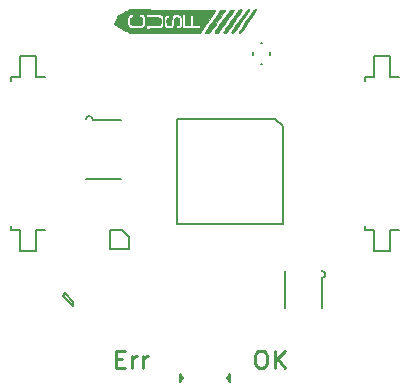
<source format=gto>
G04 #@! TF.FileFunction,Legend,Top*
%FSLAX46Y46*%
G04 Gerber Fmt 4.6, Leading zero omitted, Abs format (unit mm)*
G04 Created by KiCad (PCBNEW 4.0.0-rc1-stable) date 23/05/2016 12:24:27*
%MOMM*%
G01*
G04 APERTURE LIST*
%ADD10C,0.100000*%
%ADD11C,0.250000*%
%ADD12C,0.150000*%
%ADD13C,1.588000*%
%ADD14C,2.100000*%
%ADD15R,0.300000X1.500000*%
%ADD16R,1.500000X0.300000*%
%ADD17R,2.220000X0.740000*%
%ADD18C,1.200000*%
%ADD19R,0.620000X0.620000*%
%ADD20R,0.200000X0.400000*%
%ADD21R,0.400000X0.200000*%
%ADD22R,0.350000X0.650000*%
%ADD23R,0.802000X0.802000*%
%ADD24R,0.950000X1.000000*%
%ADD25R,1.100000X0.600000*%
%ADD26R,0.850000X0.950000*%
%ADD27C,1.000000*%
%ADD28C,6.300000*%
%ADD29C,0.600000*%
G04 APERTURE END LIST*
D10*
D11*
X92500001Y-117392857D02*
X93000001Y-117392857D01*
X93214287Y-118178571D02*
X92500001Y-118178571D01*
X92500001Y-116678571D01*
X93214287Y-116678571D01*
X93857144Y-118178571D02*
X93857144Y-117178571D01*
X93857144Y-117464286D02*
X93928572Y-117321429D01*
X94000001Y-117250000D01*
X94142858Y-117178571D01*
X94285715Y-117178571D01*
X94785715Y-118178571D02*
X94785715Y-117178571D01*
X94785715Y-117464286D02*
X94857143Y-117321429D01*
X94928572Y-117250000D01*
X95071429Y-117178571D01*
X95214286Y-117178571D01*
X104607143Y-116678571D02*
X104892857Y-116678571D01*
X105035715Y-116750000D01*
X105178572Y-116892857D01*
X105250000Y-117178571D01*
X105250000Y-117678571D01*
X105178572Y-117964286D01*
X105035715Y-118107143D01*
X104892857Y-118178571D01*
X104607143Y-118178571D01*
X104464286Y-118107143D01*
X104321429Y-117964286D01*
X104250000Y-117678571D01*
X104250000Y-117178571D01*
X104321429Y-116892857D01*
X104464286Y-116750000D01*
X104607143Y-116678571D01*
X105892858Y-118178571D02*
X105892858Y-116678571D01*
X106750001Y-118178571D02*
X106107144Y-117321429D01*
X106750001Y-116678571D02*
X105892858Y-117535714D01*
D12*
X106569953Y-97658473D02*
X106569953Y-105958473D01*
X106569953Y-105958473D02*
X97669953Y-105958473D01*
X97669953Y-105958473D02*
X97669953Y-97058473D01*
X97669953Y-97058473D02*
X105969953Y-97058473D01*
X105969953Y-97058473D02*
X106569953Y-97658473D01*
X86450000Y-106465000D02*
X85685000Y-106465000D01*
X85685000Y-106465000D02*
X85685000Y-108245000D01*
X85685000Y-108245000D02*
X84315000Y-108245000D01*
X84315000Y-108245000D02*
X84315000Y-106465000D01*
X84315000Y-106465000D02*
X83550000Y-106465000D01*
X83550000Y-106465000D02*
X83550000Y-106165000D01*
X83550000Y-93835000D02*
X83550000Y-93535000D01*
X83550000Y-93535000D02*
X84315000Y-93535000D01*
X84315000Y-93535000D02*
X84315000Y-91755000D01*
X84315000Y-91755000D02*
X85685000Y-91755000D01*
X85685000Y-91755000D02*
X85685000Y-93535000D01*
X85685000Y-93535000D02*
X86450000Y-93535000D01*
X93550000Y-107050000D02*
X93550000Y-108050000D01*
X93550000Y-108050000D02*
X91950000Y-108050000D01*
X91950000Y-108050000D02*
X91950000Y-106450000D01*
X91950000Y-106450000D02*
X92950000Y-106450000D01*
X92950000Y-106450000D02*
X93550000Y-107050000D01*
X116450000Y-106465000D02*
X115685000Y-106465000D01*
X115685000Y-106465000D02*
X115685000Y-108245000D01*
X115685000Y-108245000D02*
X114315000Y-108245000D01*
X114315000Y-108245000D02*
X114315000Y-106465000D01*
X114315000Y-106465000D02*
X113550000Y-106465000D01*
X113550000Y-106465000D02*
X113550000Y-106165000D01*
X113550000Y-93835000D02*
X113550000Y-93535000D01*
X113550000Y-93535000D02*
X114315000Y-93535000D01*
X114315000Y-93535000D02*
X114315000Y-91755000D01*
X114315000Y-91755000D02*
X115685000Y-91755000D01*
X115685000Y-91755000D02*
X115685000Y-93535000D01*
X115685000Y-93535000D02*
X116450000Y-93535000D01*
X109900000Y-110550000D02*
X109900000Y-113050000D01*
X106800000Y-109950000D02*
X106800000Y-113050000D01*
X109900000Y-110550000D02*
G75*
G03X109900000Y-109950000I0J300000D01*
G01*
X98125000Y-119000000D02*
X97875000Y-119325000D01*
X98125000Y-119000000D02*
X97875000Y-118675000D01*
X97875000Y-119325000D02*
X97875000Y-118675000D01*
X101875000Y-119000000D02*
X102125000Y-118675000D01*
X101875000Y-119000000D02*
X102125000Y-119325000D01*
X102125000Y-118675000D02*
X102125000Y-119325000D01*
X90500000Y-97125000D02*
X92900000Y-97125000D01*
X89900000Y-102125000D02*
X92900000Y-102125000D01*
X90500000Y-97125000D02*
G75*
G03X89900000Y-97125000I-300000J0D01*
G01*
X104844953Y-90633473D02*
X104744953Y-90633473D01*
X105494953Y-91683473D02*
X105494953Y-91383473D01*
X104844953Y-92433473D02*
X104744953Y-92433473D01*
X104094953Y-91683473D02*
X104094953Y-91383473D01*
D10*
G36*
X104238875Y-87804264D02*
X104287746Y-87806634D01*
X104318489Y-87827477D01*
X104323000Y-87845158D01*
X104311207Y-87869879D01*
X104277355Y-87925792D01*
X104223733Y-88009457D01*
X104152633Y-88117437D01*
X104066343Y-88246293D01*
X103967155Y-88392586D01*
X103857357Y-88552879D01*
X103739240Y-88723733D01*
X103706240Y-88771200D01*
X103584672Y-88945473D01*
X103468944Y-89110662D01*
X103361580Y-89263210D01*
X103265108Y-89399560D01*
X103182054Y-89516156D01*
X103114943Y-89609441D01*
X103066302Y-89675858D01*
X103038657Y-89711851D01*
X103035530Y-89715458D01*
X102973875Y-89761704D01*
X102908989Y-89773666D01*
X102860576Y-89770200D01*
X102843531Y-89754380D01*
X102845565Y-89725712D01*
X102858810Y-89701117D01*
X102893668Y-89645893D01*
X102947387Y-89564029D01*
X103017211Y-89459512D01*
X103100388Y-89336331D01*
X103194163Y-89198474D01*
X103295783Y-89049930D01*
X103402495Y-88894686D01*
X103511543Y-88736730D01*
X103620175Y-88580052D01*
X103725637Y-88428639D01*
X103825175Y-88286479D01*
X103916035Y-88157560D01*
X103995464Y-88045872D01*
X104060707Y-87955402D01*
X104109012Y-87890138D01*
X104137623Y-87854068D01*
X104138770Y-87852791D01*
X104184882Y-87819830D01*
X104238875Y-87804264D01*
X104238875Y-87804264D01*
X104238875Y-87804264D01*
G37*
X104238875Y-87804264D02*
X104287746Y-87806634D01*
X104318489Y-87827477D01*
X104323000Y-87845158D01*
X104311207Y-87869879D01*
X104277355Y-87925792D01*
X104223733Y-88009457D01*
X104152633Y-88117437D01*
X104066343Y-88246293D01*
X103967155Y-88392586D01*
X103857357Y-88552879D01*
X103739240Y-88723733D01*
X103706240Y-88771200D01*
X103584672Y-88945473D01*
X103468944Y-89110662D01*
X103361580Y-89263210D01*
X103265108Y-89399560D01*
X103182054Y-89516156D01*
X103114943Y-89609441D01*
X103066302Y-89675858D01*
X103038657Y-89711851D01*
X103035530Y-89715458D01*
X102973875Y-89761704D01*
X102908989Y-89773666D01*
X102860576Y-89770200D01*
X102843531Y-89754380D01*
X102845565Y-89725712D01*
X102858810Y-89701117D01*
X102893668Y-89645893D01*
X102947387Y-89564029D01*
X103017211Y-89459512D01*
X103100388Y-89336331D01*
X103194163Y-89198474D01*
X103295783Y-89049930D01*
X103402495Y-88894686D01*
X103511543Y-88736730D01*
X103620175Y-88580052D01*
X103725637Y-88428639D01*
X103825175Y-88286479D01*
X103916035Y-88157560D01*
X103995464Y-88045872D01*
X104060707Y-87955402D01*
X104109012Y-87890138D01*
X104137623Y-87854068D01*
X104138770Y-87852791D01*
X104184882Y-87819830D01*
X104238875Y-87804264D01*
X104238875Y-87804264D01*
G36*
X103694801Y-87803252D02*
X103736726Y-87816566D01*
X103751500Y-87842747D01*
X103739695Y-87866928D01*
X103705795Y-87922329D01*
X103652075Y-88005553D01*
X103580809Y-88113203D01*
X103494270Y-88241882D01*
X103394732Y-88388194D01*
X103284469Y-88548741D01*
X103165756Y-88720127D01*
X103124494Y-88779372D01*
X103002236Y-88954397D01*
X102886186Y-89119999D01*
X102778802Y-89272711D01*
X102682539Y-89409064D01*
X102599853Y-89525590D01*
X102533202Y-89618820D01*
X102485041Y-89685286D01*
X102457826Y-89721520D01*
X102454055Y-89726041D01*
X102410728Y-89755331D01*
X102353450Y-89772459D01*
X102295206Y-89776654D01*
X102248978Y-89767148D01*
X102227751Y-89743166D01*
X102227500Y-89739492D01*
X102239257Y-89716685D01*
X102272714Y-89663234D01*
X102325147Y-89583073D01*
X102393835Y-89480136D01*
X102476054Y-89358359D01*
X102569082Y-89221674D01*
X102670196Y-89074018D01*
X102776674Y-88919323D01*
X102885792Y-88761524D01*
X102994828Y-88604556D01*
X103101060Y-88452353D01*
X103201765Y-88308849D01*
X103294219Y-88177979D01*
X103375701Y-88063676D01*
X103443488Y-87969876D01*
X103494856Y-87900512D01*
X103527085Y-87859520D01*
X103533151Y-87852791D01*
X103580230Y-87821953D01*
X103638374Y-87805244D01*
X103694801Y-87803252D01*
X103694801Y-87803252D01*
X103694801Y-87803252D01*
G37*
X103694801Y-87803252D02*
X103736726Y-87816566D01*
X103751500Y-87842747D01*
X103739695Y-87866928D01*
X103705795Y-87922329D01*
X103652075Y-88005553D01*
X103580809Y-88113203D01*
X103494270Y-88241882D01*
X103394732Y-88388194D01*
X103284469Y-88548741D01*
X103165756Y-88720127D01*
X103124494Y-88779372D01*
X103002236Y-88954397D01*
X102886186Y-89119999D01*
X102778802Y-89272711D01*
X102682539Y-89409064D01*
X102599853Y-89525590D01*
X102533202Y-89618820D01*
X102485041Y-89685286D01*
X102457826Y-89721520D01*
X102454055Y-89726041D01*
X102410728Y-89755331D01*
X102353450Y-89772459D01*
X102295206Y-89776654D01*
X102248978Y-89767148D01*
X102227751Y-89743166D01*
X102227500Y-89739492D01*
X102239257Y-89716685D01*
X102272714Y-89663234D01*
X102325147Y-89583073D01*
X102393835Y-89480136D01*
X102476054Y-89358359D01*
X102569082Y-89221674D01*
X102670196Y-89074018D01*
X102776674Y-88919323D01*
X102885792Y-88761524D01*
X102994828Y-88604556D01*
X103101060Y-88452353D01*
X103201765Y-88308849D01*
X103294219Y-88177979D01*
X103375701Y-88063676D01*
X103443488Y-87969876D01*
X103494856Y-87900512D01*
X103527085Y-87859520D01*
X103533151Y-87852791D01*
X103580230Y-87821953D01*
X103638374Y-87805244D01*
X103694801Y-87803252D01*
X103694801Y-87803252D01*
G36*
X103025960Y-87805166D02*
X103092050Y-87807396D01*
X103125823Y-87816383D01*
X103137161Y-87835577D01*
X103137667Y-87844144D01*
X103125859Y-87868606D01*
X103091954Y-87924274D01*
X103038228Y-88007742D01*
X102966958Y-88115605D01*
X102880421Y-88244457D01*
X102780891Y-88390891D01*
X102670647Y-88551501D01*
X102551965Y-88722882D01*
X102511651Y-88780769D01*
X102389432Y-88955708D01*
X102273358Y-89121253D01*
X102165897Y-89273926D01*
X102069514Y-89410252D01*
X101986676Y-89526754D01*
X101919850Y-89619954D01*
X101871503Y-89686377D01*
X101844102Y-89722544D01*
X101840346Y-89726962D01*
X101806540Y-89755611D01*
X101765392Y-89768768D01*
X101701774Y-89770376D01*
X101677904Y-89769295D01*
X101610443Y-89763838D01*
X101575413Y-89753820D01*
X101562911Y-89734935D01*
X101562059Y-89718919D01*
X101574166Y-89693421D01*
X101608120Y-89637446D01*
X101661161Y-89554968D01*
X101730532Y-89449960D01*
X101813472Y-89326394D01*
X101907225Y-89188244D01*
X102009030Y-89039481D01*
X102116130Y-88884080D01*
X102225765Y-88726011D01*
X102335178Y-88569249D01*
X102441609Y-88417767D01*
X102542300Y-88275536D01*
X102634492Y-88146529D01*
X102715426Y-88034720D01*
X102782344Y-87944081D01*
X102832487Y-87878585D01*
X102863097Y-87842205D01*
X102868881Y-87836946D01*
X102920395Y-87816884D01*
X102995912Y-87806086D01*
X103025960Y-87805166D01*
X103025960Y-87805166D01*
X103025960Y-87805166D01*
G37*
X103025960Y-87805166D02*
X103092050Y-87807396D01*
X103125823Y-87816383D01*
X103137161Y-87835577D01*
X103137667Y-87844144D01*
X103125859Y-87868606D01*
X103091954Y-87924274D01*
X103038228Y-88007742D01*
X102966958Y-88115605D01*
X102880421Y-88244457D01*
X102780891Y-88390891D01*
X102670647Y-88551501D01*
X102551965Y-88722882D01*
X102511651Y-88780769D01*
X102389432Y-88955708D01*
X102273358Y-89121253D01*
X102165897Y-89273926D01*
X102069514Y-89410252D01*
X101986676Y-89526754D01*
X101919850Y-89619954D01*
X101871503Y-89686377D01*
X101844102Y-89722544D01*
X101840346Y-89726962D01*
X101806540Y-89755611D01*
X101765392Y-89768768D01*
X101701774Y-89770376D01*
X101677904Y-89769295D01*
X101610443Y-89763838D01*
X101575413Y-89753820D01*
X101562911Y-89734935D01*
X101562059Y-89718919D01*
X101574166Y-89693421D01*
X101608120Y-89637446D01*
X101661161Y-89554968D01*
X101730532Y-89449960D01*
X101813472Y-89326394D01*
X101907225Y-89188244D01*
X102009030Y-89039481D01*
X102116130Y-88884080D01*
X102225765Y-88726011D01*
X102335178Y-88569249D01*
X102441609Y-88417767D01*
X102542300Y-88275536D01*
X102634492Y-88146529D01*
X102715426Y-88034720D01*
X102782344Y-87944081D01*
X102832487Y-87878585D01*
X102863097Y-87842205D01*
X102868881Y-87836946D01*
X102920395Y-87816884D01*
X102995912Y-87806086D01*
X103025960Y-87805166D01*
X103025960Y-87805166D01*
G36*
X102213405Y-87807801D02*
X102289997Y-87809588D01*
X102290272Y-87809600D01*
X102370389Y-87815907D01*
X102415715Y-87827238D01*
X102433683Y-87845589D01*
X102434339Y-87848281D01*
X102423757Y-87871465D01*
X102391054Y-87925895D01*
X102338476Y-88008198D01*
X102268269Y-88115000D01*
X102182678Y-88242930D01*
X102083947Y-88388613D01*
X101974322Y-88548677D01*
X101856048Y-88719750D01*
X101814408Y-88779614D01*
X101692031Y-88954744D01*
X101575523Y-89120435D01*
X101467378Y-89273210D01*
X101370093Y-89409592D01*
X101286161Y-89526105D01*
X101218078Y-89619272D01*
X101168339Y-89685617D01*
X101139438Y-89721662D01*
X101135211Y-89726041D01*
X101093263Y-89754890D01*
X101040578Y-89769427D01*
X100962070Y-89773653D01*
X100955655Y-89773666D01*
X100871067Y-89768312D01*
X100824355Y-89750441D01*
X100812216Y-89717346D01*
X100829290Y-89670094D01*
X100849033Y-89638586D01*
X100890191Y-89576971D01*
X100949854Y-89489398D01*
X101025113Y-89380015D01*
X101113058Y-89252972D01*
X101210780Y-89112416D01*
X101315370Y-88962496D01*
X101423918Y-88807362D01*
X101533514Y-88651161D01*
X101641250Y-88498042D01*
X101744215Y-88352155D01*
X101839501Y-88217647D01*
X101924198Y-88098666D01*
X101995396Y-87999363D01*
X102050187Y-87923885D01*
X102085661Y-87876381D01*
X102096937Y-87862517D01*
X102130826Y-87830447D01*
X102164998Y-87813481D01*
X102213405Y-87807801D01*
X102213405Y-87807801D01*
X102213405Y-87807801D01*
G37*
X102213405Y-87807801D02*
X102289997Y-87809588D01*
X102290272Y-87809600D01*
X102370389Y-87815907D01*
X102415715Y-87827238D01*
X102433683Y-87845589D01*
X102434339Y-87848281D01*
X102423757Y-87871465D01*
X102391054Y-87925895D01*
X102338476Y-88008198D01*
X102268269Y-88115000D01*
X102182678Y-88242930D01*
X102083947Y-88388613D01*
X101974322Y-88548677D01*
X101856048Y-88719750D01*
X101814408Y-88779614D01*
X101692031Y-88954744D01*
X101575523Y-89120435D01*
X101467378Y-89273210D01*
X101370093Y-89409592D01*
X101286161Y-89526105D01*
X101218078Y-89619272D01*
X101168339Y-89685617D01*
X101139438Y-89721662D01*
X101135211Y-89726041D01*
X101093263Y-89754890D01*
X101040578Y-89769427D01*
X100962070Y-89773653D01*
X100955655Y-89773666D01*
X100871067Y-89768312D01*
X100824355Y-89750441D01*
X100812216Y-89717346D01*
X100829290Y-89670094D01*
X100849033Y-89638586D01*
X100890191Y-89576971D01*
X100949854Y-89489398D01*
X101025113Y-89380015D01*
X101113058Y-89252972D01*
X101210780Y-89112416D01*
X101315370Y-88962496D01*
X101423918Y-88807362D01*
X101533514Y-88651161D01*
X101641250Y-88498042D01*
X101744215Y-88352155D01*
X101839501Y-88217647D01*
X101924198Y-88098666D01*
X101995396Y-87999363D01*
X102050187Y-87923885D01*
X102085661Y-87876381D01*
X102096937Y-87862517D01*
X102130826Y-87830447D01*
X102164998Y-87813481D01*
X102213405Y-87807801D01*
X102213405Y-87807801D01*
G36*
X101463004Y-87807545D02*
X101531445Y-87809584D01*
X101621917Y-87815569D01*
X101684698Y-87825530D01*
X101712798Y-87838315D01*
X101713391Y-87839576D01*
X101705780Y-87866946D01*
X101678623Y-87918923D01*
X101637173Y-87985805D01*
X101621655Y-88008909D01*
X101479206Y-88216356D01*
X101336717Y-88422688D01*
X101196486Y-88624657D01*
X101060811Y-88819017D01*
X100931988Y-89002519D01*
X100812316Y-89171917D01*
X100704091Y-89323963D01*
X100609612Y-89455410D01*
X100531175Y-89563010D01*
X100471078Y-89643516D01*
X100431619Y-89693680D01*
X100421796Y-89704875D01*
X100386494Y-89739572D01*
X100353934Y-89760073D01*
X100311636Y-89770102D01*
X100247124Y-89773385D01*
X100191348Y-89773666D01*
X100108540Y-89772930D01*
X100059385Y-89769045D01*
X100035205Y-89759501D01*
X100027325Y-89741787D01*
X100026812Y-89726041D01*
X100038643Y-89701830D01*
X100072108Y-89646984D01*
X100124471Y-89565490D01*
X100193000Y-89461329D01*
X100274959Y-89338486D01*
X100367614Y-89200945D01*
X100468231Y-89052688D01*
X100574075Y-88897699D01*
X100682413Y-88739963D01*
X100790509Y-88583462D01*
X100895630Y-88432180D01*
X100995042Y-88290101D01*
X101086008Y-88161209D01*
X101165797Y-88049486D01*
X101231672Y-87958917D01*
X101280900Y-87893485D01*
X101305949Y-87862500D01*
X101333609Y-87833451D01*
X101361543Y-87816359D01*
X101400943Y-87808600D01*
X101463004Y-87807545D01*
X101463004Y-87807545D01*
X101463004Y-87807545D01*
G37*
X101463004Y-87807545D02*
X101531445Y-87809584D01*
X101621917Y-87815569D01*
X101684698Y-87825530D01*
X101712798Y-87838315D01*
X101713391Y-87839576D01*
X101705780Y-87866946D01*
X101678623Y-87918923D01*
X101637173Y-87985805D01*
X101621655Y-88008909D01*
X101479206Y-88216356D01*
X101336717Y-88422688D01*
X101196486Y-88624657D01*
X101060811Y-88819017D01*
X100931988Y-89002519D01*
X100812316Y-89171917D01*
X100704091Y-89323963D01*
X100609612Y-89455410D01*
X100531175Y-89563010D01*
X100471078Y-89643516D01*
X100431619Y-89693680D01*
X100421796Y-89704875D01*
X100386494Y-89739572D01*
X100353934Y-89760073D01*
X100311636Y-89770102D01*
X100247124Y-89773385D01*
X100191348Y-89773666D01*
X100108540Y-89772930D01*
X100059385Y-89769045D01*
X100035205Y-89759501D01*
X100027325Y-89741787D01*
X100026812Y-89726041D01*
X100038643Y-89701830D01*
X100072108Y-89646984D01*
X100124471Y-89565490D01*
X100193000Y-89461329D01*
X100274959Y-89338486D01*
X100367614Y-89200945D01*
X100468231Y-89052688D01*
X100574075Y-88897699D01*
X100682413Y-88739963D01*
X100790509Y-88583462D01*
X100895630Y-88432180D01*
X100995042Y-88290101D01*
X101086008Y-88161209D01*
X101165797Y-88049486D01*
X101231672Y-87958917D01*
X101280900Y-87893485D01*
X101305949Y-87862500D01*
X101333609Y-87833451D01*
X101361543Y-87816359D01*
X101400943Y-87808600D01*
X101463004Y-87807545D01*
X101463004Y-87807545D01*
G36*
X93587874Y-87805046D02*
X97235645Y-87810398D01*
X97696080Y-87811078D01*
X98116045Y-87811723D01*
X98497406Y-87812357D01*
X98842026Y-87813005D01*
X99151770Y-87813689D01*
X99428502Y-87814436D01*
X99674087Y-87815270D01*
X99890388Y-87816214D01*
X100079271Y-87817293D01*
X100242598Y-87818531D01*
X100382235Y-87819953D01*
X100500047Y-87821583D01*
X100597896Y-87823445D01*
X100677648Y-87825564D01*
X100741166Y-87827964D01*
X100790315Y-87830670D01*
X100826960Y-87833705D01*
X100852965Y-87837094D01*
X100870193Y-87840862D01*
X100880509Y-87845032D01*
X100885778Y-87849629D01*
X100887864Y-87854678D01*
X100888380Y-87858083D01*
X100877381Y-87885457D01*
X100842682Y-87945353D01*
X100785439Y-88036026D01*
X100706807Y-88155729D01*
X100690463Y-88180027D01*
X94395833Y-88180027D01*
X94395833Y-88320680D01*
X94395833Y-88461333D01*
X94468539Y-88461333D01*
X94565783Y-88473339D01*
X94637782Y-88507165D01*
X94669894Y-88543933D01*
X94688846Y-88603433D01*
X94701361Y-88689921D01*
X94706794Y-88788453D01*
X94704495Y-88884081D01*
X94693820Y-88961859D01*
X94688763Y-88979847D01*
X94668484Y-89025411D01*
X94638681Y-89060016D01*
X94593854Y-89085128D01*
X94528501Y-89102211D01*
X94437120Y-89112730D01*
X94314210Y-89118149D01*
X94162690Y-89119910D01*
X93999848Y-89118068D01*
X93874828Y-89110808D01*
X93783364Y-89097258D01*
X93721188Y-89076542D01*
X93684034Y-89047786D01*
X93669590Y-89018890D01*
X93648050Y-88926724D01*
X93639607Y-88845144D01*
X93642626Y-88752324D01*
X93646416Y-88709786D01*
X93662503Y-88605810D01*
X93689568Y-88537549D01*
X93732440Y-88498832D01*
X93795950Y-88483490D01*
X93824333Y-88482500D01*
X93909000Y-88482500D01*
X93909000Y-88342019D01*
X93909000Y-88201537D01*
X93775752Y-88212233D01*
X93657841Y-88229419D01*
X93567074Y-88262690D01*
X93500415Y-88316524D01*
X93454829Y-88395395D01*
X93427282Y-88503781D01*
X93414739Y-88646158D01*
X93413145Y-88747083D01*
X93418981Y-88924376D01*
X93436939Y-89065316D01*
X93469090Y-89174670D01*
X93517503Y-89257207D01*
X93584249Y-89317697D01*
X93671399Y-89360908D01*
X93681163Y-89364409D01*
X93770234Y-89385027D01*
X93890487Y-89398139D01*
X94032268Y-89404111D01*
X94185918Y-89403308D01*
X94341780Y-89396096D01*
X94490198Y-89382841D01*
X94621514Y-89363909D01*
X94726071Y-89339663D01*
X94770990Y-89323155D01*
X94827881Y-89277635D01*
X94878321Y-89201517D01*
X94915206Y-89106533D01*
X94923547Y-89071267D01*
X94936948Y-88966129D01*
X94942825Y-88836832D01*
X94941193Y-88700871D01*
X94932068Y-88575741D01*
X94923028Y-88513273D01*
X94905396Y-88434720D01*
X94884531Y-88365164D01*
X94871044Y-88332323D01*
X94815934Y-88271085D01*
X94723307Y-88226019D01*
X94595103Y-88197951D01*
X94543390Y-88192397D01*
X94395833Y-88180027D01*
X100690463Y-88180027D01*
X100689217Y-88181880D01*
X94967333Y-88181880D01*
X94967333Y-88321607D01*
X94967333Y-88461333D01*
X95480625Y-88462255D01*
X95674004Y-88463350D01*
X95829581Y-88466161D01*
X95951868Y-88471128D01*
X96045378Y-88478692D01*
X96114623Y-88489291D01*
X96164114Y-88503368D01*
X96198364Y-88521360D01*
X96212947Y-88533688D01*
X96230743Y-88573297D01*
X96243029Y-88643479D01*
X96249787Y-88732857D01*
X96250996Y-88830053D01*
X96246638Y-88923692D01*
X96236692Y-89002396D01*
X96221141Y-89054790D01*
X96213853Y-89065339D01*
X96186242Y-89086428D01*
X96147101Y-89103157D01*
X96091788Y-89115992D01*
X96015658Y-89125403D01*
X95914069Y-89131857D01*
X95782376Y-89135821D01*
X95615936Y-89137764D01*
X95491208Y-89138162D01*
X94967333Y-89138666D01*
X94967333Y-89277927D01*
X94967333Y-89417187D01*
X95586458Y-89409824D01*
X95772457Y-89407258D01*
X95920933Y-89404279D01*
X96036695Y-89400602D01*
X96124553Y-89395941D01*
X96189317Y-89390011D01*
X96235797Y-89382527D01*
X96268802Y-89373205D01*
X96279667Y-89368735D01*
X96366172Y-89315076D01*
X96424558Y-89241206D01*
X96461423Y-89143971D01*
X96476079Y-89060895D01*
X96485338Y-88949429D01*
X96489073Y-88823186D01*
X96487155Y-88695781D01*
X96479456Y-88580829D01*
X96467508Y-88499417D01*
X96433412Y-88387934D01*
X96382303Y-88308738D01*
X96307779Y-88253131D01*
X96274648Y-88237493D01*
X96243022Y-88226085D01*
X96204537Y-88216941D01*
X96153987Y-88209713D01*
X96086169Y-88204050D01*
X95995879Y-88199604D01*
X95877913Y-88196026D01*
X95727067Y-88192966D01*
X95575875Y-88190609D01*
X94967333Y-88181880D01*
X100689217Y-88181880D01*
X100686334Y-88186166D01*
X98311667Y-88186166D01*
X98195250Y-88186166D01*
X98078833Y-88186166D01*
X98078833Y-88197115D01*
X97587994Y-88197115D01*
X97472183Y-88203656D01*
X97372717Y-88223964D01*
X97300686Y-88256465D01*
X97289188Y-88265481D01*
X97248123Y-88314367D01*
X97216583Y-88382767D01*
X97192456Y-88477508D01*
X97173629Y-88605413D01*
X97168175Y-88656498D01*
X97152912Y-88806977D01*
X97139419Y-88920529D01*
X97125284Y-89002353D01*
X97108091Y-89057646D01*
X97085428Y-89091609D01*
X97054878Y-89109440D01*
X97014029Y-89116337D01*
X96960466Y-89117499D01*
X96954096Y-89117500D01*
X96864702Y-89112103D01*
X96807112Y-89091271D01*
X96771652Y-89048039D01*
X96748651Y-88975444D01*
X96747134Y-88968510D01*
X96725757Y-88820478D01*
X96729486Y-88697583D01*
X96757354Y-88602491D01*
X96808394Y-88537871D01*
X96881640Y-88506387D01*
X96915662Y-88503666D01*
X96937876Y-88499201D01*
X96950361Y-88479656D01*
X96955831Y-88435809D01*
X96957000Y-88363122D01*
X96957000Y-88222577D01*
X96836537Y-88235010D01*
X96725687Y-88257878D01*
X96644030Y-88304022D01*
X96582049Y-88379576D01*
X96565417Y-88409782D01*
X96548326Y-88448697D01*
X96536474Y-88492281D01*
X96528949Y-88548938D01*
X96524839Y-88627072D01*
X96523233Y-88735086D01*
X96523083Y-88800000D01*
X96525444Y-88959770D01*
X96533750Y-89083352D01*
X96549840Y-89176693D01*
X96575549Y-89245739D01*
X96612715Y-89296435D01*
X96663176Y-89334729D01*
X96693231Y-89350727D01*
X96782892Y-89379266D01*
X96896213Y-89394622D01*
X97016480Y-89396345D01*
X97126980Y-89383984D01*
X97195691Y-89364255D01*
X97247839Y-89333540D01*
X97289685Y-89286499D01*
X97322813Y-89218299D01*
X97348809Y-89124106D01*
X97369258Y-88999089D01*
X97385746Y-88838415D01*
X97391212Y-88768250D01*
X97400713Y-88677177D01*
X97414132Y-88597867D01*
X97429116Y-88543090D01*
X97434890Y-88531114D01*
X97483547Y-88490093D01*
X97554864Y-88469739D01*
X97635973Y-88468947D01*
X97714006Y-88486616D01*
X97776094Y-88521643D01*
X97806237Y-88562941D01*
X97814865Y-88608032D01*
X97820419Y-88683261D01*
X97822242Y-88776501D01*
X97821182Y-88838948D01*
X97817238Y-88938850D01*
X97811643Y-89005550D01*
X97802394Y-89048175D01*
X97787487Y-89075856D01*
X97764919Y-89097722D01*
X97764280Y-89098240D01*
X97707153Y-89127043D01*
X97642572Y-89138666D01*
X97570833Y-89138666D01*
X97570833Y-89278689D01*
X97570833Y-89418711D01*
X97692542Y-89403806D01*
X97826813Y-89376386D01*
X97923017Y-89331520D01*
X97981796Y-89268901D01*
X97984547Y-89263802D01*
X98015496Y-89177218D01*
X98037966Y-89059589D01*
X98051165Y-88921502D01*
X98054299Y-88773543D01*
X98046573Y-88626296D01*
X98037871Y-88552631D01*
X98011923Y-88425979D01*
X97972326Y-88334494D01*
X97912917Y-88271677D01*
X97827532Y-88231029D01*
X97710007Y-88206049D01*
X97709059Y-88205914D01*
X97587994Y-88197115D01*
X98078833Y-88197115D01*
X98078833Y-88800000D01*
X98078833Y-89413833D01*
X98830250Y-89413833D01*
X99581667Y-89413833D01*
X99581667Y-89276250D01*
X99581667Y-89138666D01*
X99274750Y-89138666D01*
X98967833Y-89138666D01*
X98967833Y-88725916D01*
X98967833Y-88313166D01*
X98851417Y-88313166D01*
X98735000Y-88313166D01*
X98735000Y-88725916D01*
X98735000Y-89138666D01*
X98523333Y-89138666D01*
X98311667Y-89138666D01*
X98311667Y-88662416D01*
X98311667Y-88186166D01*
X100686334Y-88186166D01*
X100607942Y-88302715D01*
X100489998Y-88475239D01*
X100354132Y-88671553D01*
X100279316Y-88778833D01*
X100157837Y-88952243D01*
X100042206Y-89116585D01*
X99934969Y-89268291D01*
X99838670Y-89403793D01*
X99755855Y-89519525D01*
X99689068Y-89611920D01*
X99640855Y-89677409D01*
X99613760Y-89712426D01*
X99611100Y-89715458D01*
X99556911Y-89773666D01*
X96584085Y-89773666D01*
X93611259Y-89773666D01*
X93500838Y-89718779D01*
X93458055Y-89696427D01*
X93383001Y-89656026D01*
X93280374Y-89600150D01*
X93154871Y-89531376D01*
X93011192Y-89452280D01*
X92854032Y-89365439D01*
X92688091Y-89273428D01*
X92643411Y-89248599D01*
X92454043Y-89143033D01*
X92298753Y-89055703D01*
X92174405Y-88984669D01*
X92077862Y-88927988D01*
X92005986Y-88883721D01*
X91955641Y-88849927D01*
X91923689Y-88824663D01*
X91906994Y-88805990D01*
X91902420Y-88791966D01*
X91902577Y-88790196D01*
X91914387Y-88772236D01*
X91947671Y-88744103D01*
X92004973Y-88704191D01*
X92088838Y-88650892D01*
X92201809Y-88582602D01*
X92346430Y-88497712D01*
X92525245Y-88394617D01*
X92564917Y-88371912D01*
X92725974Y-88280084D01*
X92883485Y-88190758D01*
X93031663Y-88107182D01*
X93164721Y-88032602D01*
X93276872Y-87970265D01*
X93362329Y-87923418D01*
X93404479Y-87900893D01*
X93587874Y-87805046D01*
X93587874Y-87805046D01*
X93587874Y-87805046D01*
G37*
X93587874Y-87805046D02*
X97235645Y-87810398D01*
X97696080Y-87811078D01*
X98116045Y-87811723D01*
X98497406Y-87812357D01*
X98842026Y-87813005D01*
X99151770Y-87813689D01*
X99428502Y-87814436D01*
X99674087Y-87815270D01*
X99890388Y-87816214D01*
X100079271Y-87817293D01*
X100242598Y-87818531D01*
X100382235Y-87819953D01*
X100500047Y-87821583D01*
X100597896Y-87823445D01*
X100677648Y-87825564D01*
X100741166Y-87827964D01*
X100790315Y-87830670D01*
X100826960Y-87833705D01*
X100852965Y-87837094D01*
X100870193Y-87840862D01*
X100880509Y-87845032D01*
X100885778Y-87849629D01*
X100887864Y-87854678D01*
X100888380Y-87858083D01*
X100877381Y-87885457D01*
X100842682Y-87945353D01*
X100785439Y-88036026D01*
X100706807Y-88155729D01*
X100690463Y-88180027D01*
X94395833Y-88180027D01*
X94395833Y-88320680D01*
X94395833Y-88461333D01*
X94468539Y-88461333D01*
X94565783Y-88473339D01*
X94637782Y-88507165D01*
X94669894Y-88543933D01*
X94688846Y-88603433D01*
X94701361Y-88689921D01*
X94706794Y-88788453D01*
X94704495Y-88884081D01*
X94693820Y-88961859D01*
X94688763Y-88979847D01*
X94668484Y-89025411D01*
X94638681Y-89060016D01*
X94593854Y-89085128D01*
X94528501Y-89102211D01*
X94437120Y-89112730D01*
X94314210Y-89118149D01*
X94162690Y-89119910D01*
X93999848Y-89118068D01*
X93874828Y-89110808D01*
X93783364Y-89097258D01*
X93721188Y-89076542D01*
X93684034Y-89047786D01*
X93669590Y-89018890D01*
X93648050Y-88926724D01*
X93639607Y-88845144D01*
X93642626Y-88752324D01*
X93646416Y-88709786D01*
X93662503Y-88605810D01*
X93689568Y-88537549D01*
X93732440Y-88498832D01*
X93795950Y-88483490D01*
X93824333Y-88482500D01*
X93909000Y-88482500D01*
X93909000Y-88342019D01*
X93909000Y-88201537D01*
X93775752Y-88212233D01*
X93657841Y-88229419D01*
X93567074Y-88262690D01*
X93500415Y-88316524D01*
X93454829Y-88395395D01*
X93427282Y-88503781D01*
X93414739Y-88646158D01*
X93413145Y-88747083D01*
X93418981Y-88924376D01*
X93436939Y-89065316D01*
X93469090Y-89174670D01*
X93517503Y-89257207D01*
X93584249Y-89317697D01*
X93671399Y-89360908D01*
X93681163Y-89364409D01*
X93770234Y-89385027D01*
X93890487Y-89398139D01*
X94032268Y-89404111D01*
X94185918Y-89403308D01*
X94341780Y-89396096D01*
X94490198Y-89382841D01*
X94621514Y-89363909D01*
X94726071Y-89339663D01*
X94770990Y-89323155D01*
X94827881Y-89277635D01*
X94878321Y-89201517D01*
X94915206Y-89106533D01*
X94923547Y-89071267D01*
X94936948Y-88966129D01*
X94942825Y-88836832D01*
X94941193Y-88700871D01*
X94932068Y-88575741D01*
X94923028Y-88513273D01*
X94905396Y-88434720D01*
X94884531Y-88365164D01*
X94871044Y-88332323D01*
X94815934Y-88271085D01*
X94723307Y-88226019D01*
X94595103Y-88197951D01*
X94543390Y-88192397D01*
X94395833Y-88180027D01*
X100690463Y-88180027D01*
X100689217Y-88181880D01*
X94967333Y-88181880D01*
X94967333Y-88321607D01*
X94967333Y-88461333D01*
X95480625Y-88462255D01*
X95674004Y-88463350D01*
X95829581Y-88466161D01*
X95951868Y-88471128D01*
X96045378Y-88478692D01*
X96114623Y-88489291D01*
X96164114Y-88503368D01*
X96198364Y-88521360D01*
X96212947Y-88533688D01*
X96230743Y-88573297D01*
X96243029Y-88643479D01*
X96249787Y-88732857D01*
X96250996Y-88830053D01*
X96246638Y-88923692D01*
X96236692Y-89002396D01*
X96221141Y-89054790D01*
X96213853Y-89065339D01*
X96186242Y-89086428D01*
X96147101Y-89103157D01*
X96091788Y-89115992D01*
X96015658Y-89125403D01*
X95914069Y-89131857D01*
X95782376Y-89135821D01*
X95615936Y-89137764D01*
X95491208Y-89138162D01*
X94967333Y-89138666D01*
X94967333Y-89277927D01*
X94967333Y-89417187D01*
X95586458Y-89409824D01*
X95772457Y-89407258D01*
X95920933Y-89404279D01*
X96036695Y-89400602D01*
X96124553Y-89395941D01*
X96189317Y-89390011D01*
X96235797Y-89382527D01*
X96268802Y-89373205D01*
X96279667Y-89368735D01*
X96366172Y-89315076D01*
X96424558Y-89241206D01*
X96461423Y-89143971D01*
X96476079Y-89060895D01*
X96485338Y-88949429D01*
X96489073Y-88823186D01*
X96487155Y-88695781D01*
X96479456Y-88580829D01*
X96467508Y-88499417D01*
X96433412Y-88387934D01*
X96382303Y-88308738D01*
X96307779Y-88253131D01*
X96274648Y-88237493D01*
X96243022Y-88226085D01*
X96204537Y-88216941D01*
X96153987Y-88209713D01*
X96086169Y-88204050D01*
X95995879Y-88199604D01*
X95877913Y-88196026D01*
X95727067Y-88192966D01*
X95575875Y-88190609D01*
X94967333Y-88181880D01*
X100689217Y-88181880D01*
X100686334Y-88186166D01*
X98311667Y-88186166D01*
X98195250Y-88186166D01*
X98078833Y-88186166D01*
X98078833Y-88197115D01*
X97587994Y-88197115D01*
X97472183Y-88203656D01*
X97372717Y-88223964D01*
X97300686Y-88256465D01*
X97289188Y-88265481D01*
X97248123Y-88314367D01*
X97216583Y-88382767D01*
X97192456Y-88477508D01*
X97173629Y-88605413D01*
X97168175Y-88656498D01*
X97152912Y-88806977D01*
X97139419Y-88920529D01*
X97125284Y-89002353D01*
X97108091Y-89057646D01*
X97085428Y-89091609D01*
X97054878Y-89109440D01*
X97014029Y-89116337D01*
X96960466Y-89117499D01*
X96954096Y-89117500D01*
X96864702Y-89112103D01*
X96807112Y-89091271D01*
X96771652Y-89048039D01*
X96748651Y-88975444D01*
X96747134Y-88968510D01*
X96725757Y-88820478D01*
X96729486Y-88697583D01*
X96757354Y-88602491D01*
X96808394Y-88537871D01*
X96881640Y-88506387D01*
X96915662Y-88503666D01*
X96937876Y-88499201D01*
X96950361Y-88479656D01*
X96955831Y-88435809D01*
X96957000Y-88363122D01*
X96957000Y-88222577D01*
X96836537Y-88235010D01*
X96725687Y-88257878D01*
X96644030Y-88304022D01*
X96582049Y-88379576D01*
X96565417Y-88409782D01*
X96548326Y-88448697D01*
X96536474Y-88492281D01*
X96528949Y-88548938D01*
X96524839Y-88627072D01*
X96523233Y-88735086D01*
X96523083Y-88800000D01*
X96525444Y-88959770D01*
X96533750Y-89083352D01*
X96549840Y-89176693D01*
X96575549Y-89245739D01*
X96612715Y-89296435D01*
X96663176Y-89334729D01*
X96693231Y-89350727D01*
X96782892Y-89379266D01*
X96896213Y-89394622D01*
X97016480Y-89396345D01*
X97126980Y-89383984D01*
X97195691Y-89364255D01*
X97247839Y-89333540D01*
X97289685Y-89286499D01*
X97322813Y-89218299D01*
X97348809Y-89124106D01*
X97369258Y-88999089D01*
X97385746Y-88838415D01*
X97391212Y-88768250D01*
X97400713Y-88677177D01*
X97414132Y-88597867D01*
X97429116Y-88543090D01*
X97434890Y-88531114D01*
X97483547Y-88490093D01*
X97554864Y-88469739D01*
X97635973Y-88468947D01*
X97714006Y-88486616D01*
X97776094Y-88521643D01*
X97806237Y-88562941D01*
X97814865Y-88608032D01*
X97820419Y-88683261D01*
X97822242Y-88776501D01*
X97821182Y-88838948D01*
X97817238Y-88938850D01*
X97811643Y-89005550D01*
X97802394Y-89048175D01*
X97787487Y-89075856D01*
X97764919Y-89097722D01*
X97764280Y-89098240D01*
X97707153Y-89127043D01*
X97642572Y-89138666D01*
X97570833Y-89138666D01*
X97570833Y-89278689D01*
X97570833Y-89418711D01*
X97692542Y-89403806D01*
X97826813Y-89376386D01*
X97923017Y-89331520D01*
X97981796Y-89268901D01*
X97984547Y-89263802D01*
X98015496Y-89177218D01*
X98037966Y-89059589D01*
X98051165Y-88921502D01*
X98054299Y-88773543D01*
X98046573Y-88626296D01*
X98037871Y-88552631D01*
X98011923Y-88425979D01*
X97972326Y-88334494D01*
X97912917Y-88271677D01*
X97827532Y-88231029D01*
X97710007Y-88206049D01*
X97709059Y-88205914D01*
X97587994Y-88197115D01*
X98078833Y-88197115D01*
X98078833Y-88800000D01*
X98078833Y-89413833D01*
X98830250Y-89413833D01*
X99581667Y-89413833D01*
X99581667Y-89276250D01*
X99581667Y-89138666D01*
X99274750Y-89138666D01*
X98967833Y-89138666D01*
X98967833Y-88725916D01*
X98967833Y-88313166D01*
X98851417Y-88313166D01*
X98735000Y-88313166D01*
X98735000Y-88725916D01*
X98735000Y-89138666D01*
X98523333Y-89138666D01*
X98311667Y-89138666D01*
X98311667Y-88662416D01*
X98311667Y-88186166D01*
X100686334Y-88186166D01*
X100607942Y-88302715D01*
X100489998Y-88475239D01*
X100354132Y-88671553D01*
X100279316Y-88778833D01*
X100157837Y-88952243D01*
X100042206Y-89116585D01*
X99934969Y-89268291D01*
X99838670Y-89403793D01*
X99755855Y-89519525D01*
X99689068Y-89611920D01*
X99640855Y-89677409D01*
X99613760Y-89712426D01*
X99611100Y-89715458D01*
X99556911Y-89773666D01*
X96584085Y-89773666D01*
X93611259Y-89773666D01*
X93500838Y-89718779D01*
X93458055Y-89696427D01*
X93383001Y-89656026D01*
X93280374Y-89600150D01*
X93154871Y-89531376D01*
X93011192Y-89452280D01*
X92854032Y-89365439D01*
X92688091Y-89273428D01*
X92643411Y-89248599D01*
X92454043Y-89143033D01*
X92298753Y-89055703D01*
X92174405Y-88984669D01*
X92077862Y-88927988D01*
X92005986Y-88883721D01*
X91955641Y-88849927D01*
X91923689Y-88824663D01*
X91906994Y-88805990D01*
X91902420Y-88791966D01*
X91902577Y-88790196D01*
X91914387Y-88772236D01*
X91947671Y-88744103D01*
X92004973Y-88704191D01*
X92088838Y-88650892D01*
X92201809Y-88582602D01*
X92346430Y-88497712D01*
X92525245Y-88394617D01*
X92564917Y-88371912D01*
X92725974Y-88280084D01*
X92883485Y-88190758D01*
X93031663Y-88107182D01*
X93164721Y-88032602D01*
X93276872Y-87970265D01*
X93362329Y-87923418D01*
X93404479Y-87900893D01*
X93587874Y-87805046D01*
X93587874Y-87805046D01*
D12*
X88859013Y-112548094D02*
X88859013Y-112548094D01*
X88859013Y-112548094D02*
X88151906Y-111840987D01*
X88151906Y-111840987D02*
X87960987Y-112031906D01*
X87960987Y-112031906D02*
X88859013Y-112929932D01*
X88859013Y-112929932D02*
X88859013Y-112548094D01*
%LPC*%
D13*
X100250000Y-113350000D03*
X108250000Y-86650000D03*
D14*
X104250000Y-113850000D03*
X112250000Y-113850000D03*
X96250000Y-113850000D03*
X96250000Y-86150000D03*
X104250000Y-86150000D03*
X112250000Y-86150000D03*
D15*
X105869953Y-95808473D03*
X105369953Y-95808473D03*
X104869953Y-95808473D03*
X104369953Y-95808473D03*
X103869953Y-95808473D03*
X103369953Y-95808473D03*
X102869953Y-95808473D03*
X102369953Y-95808473D03*
X101869953Y-95808473D03*
X101369953Y-95808473D03*
X100869953Y-95808473D03*
X100369953Y-95808473D03*
X99869953Y-95808473D03*
X99369953Y-95808473D03*
X98869953Y-95808473D03*
X98369953Y-95808473D03*
D16*
X96419953Y-97758473D03*
X96419953Y-98258473D03*
X96419953Y-98758473D03*
X96419953Y-99258473D03*
X96419953Y-99758473D03*
X96419953Y-100258473D03*
X96419953Y-100758473D03*
X96419953Y-101258473D03*
X96419953Y-101758473D03*
X96419953Y-102258473D03*
X96419953Y-102758473D03*
X96419953Y-103258473D03*
X96419953Y-103758473D03*
X96419953Y-104258473D03*
X96419953Y-104758473D03*
X96419953Y-105258473D03*
D15*
X98369953Y-107208473D03*
X98869953Y-107208473D03*
X99369953Y-107208473D03*
X99869953Y-107208473D03*
X100369953Y-107208473D03*
X100869953Y-107208473D03*
X101369953Y-107208473D03*
X101869953Y-107208473D03*
X102369953Y-107208473D03*
X102869953Y-107208473D03*
X103369953Y-107208473D03*
X103869953Y-107208473D03*
X104369953Y-107208473D03*
X104869953Y-107208473D03*
X105369953Y-107208473D03*
X105869953Y-107208473D03*
D16*
X107819953Y-105258473D03*
X107819953Y-104758473D03*
X107819953Y-104258473D03*
X107819953Y-103758473D03*
X107819953Y-103258473D03*
X107819953Y-102758473D03*
X107819953Y-102258473D03*
X107819953Y-101758473D03*
X107819953Y-101258473D03*
X107819953Y-100758473D03*
X107819953Y-100258473D03*
X107819953Y-99758473D03*
X107819953Y-99258473D03*
X107819953Y-98758473D03*
X107819953Y-98258473D03*
X107819953Y-97758473D03*
D17*
X86365000Y-94285000D03*
X83635000Y-94285000D03*
X86365000Y-95555000D03*
X83635000Y-95555000D03*
X86365000Y-96825000D03*
X83635000Y-96825000D03*
X86365000Y-98095000D03*
X83635000Y-98095000D03*
X86365000Y-99365000D03*
X83635000Y-99365000D03*
X86365000Y-100635000D03*
X83635000Y-100635000D03*
X86365000Y-101905000D03*
X83635000Y-101905000D03*
X86365000Y-103175000D03*
X83635000Y-103175000D03*
X86365000Y-104445000D03*
X83635000Y-104445000D03*
X86365000Y-105715000D03*
X83635000Y-105715000D03*
D18*
X85000000Y-107305000D03*
X85000000Y-92695000D03*
D19*
X98450000Y-117400000D03*
X97550000Y-117400000D03*
D20*
X93750000Y-105750000D03*
X93350000Y-105750000D03*
X92950000Y-105750000D03*
X92550000Y-105750000D03*
X92150000Y-105750000D03*
X91750000Y-105750000D03*
D21*
X91250000Y-106250000D03*
X91250000Y-106650000D03*
X91250000Y-107050000D03*
X91250000Y-107450000D03*
X91250000Y-107850000D03*
X91250000Y-108250000D03*
D20*
X91750000Y-108750000D03*
X92150000Y-108750000D03*
X92550000Y-108750000D03*
X92950000Y-108750000D03*
X93350000Y-108750000D03*
X93750000Y-108750000D03*
D21*
X94250000Y-108250000D03*
X94250000Y-107850000D03*
X94250000Y-107450000D03*
X94250000Y-107050000D03*
X94250000Y-106650000D03*
X94250000Y-106250000D03*
D19*
X94100000Y-109850000D03*
X93200000Y-109850000D03*
D17*
X116365000Y-94285000D03*
X113635000Y-94285000D03*
X116365000Y-95555000D03*
X113635000Y-95555000D03*
X116365000Y-96825000D03*
X113635000Y-96825000D03*
X116365000Y-98095000D03*
X113635000Y-98095000D03*
X116365000Y-99365000D03*
X113635000Y-99365000D03*
X116365000Y-100635000D03*
X113635000Y-100635000D03*
X116365000Y-101905000D03*
X113635000Y-101905000D03*
X116365000Y-103175000D03*
X113635000Y-103175000D03*
X116365000Y-104445000D03*
X113635000Y-104445000D03*
X116365000Y-105715000D03*
X113635000Y-105715000D03*
D18*
X115000000Y-107305000D03*
X115000000Y-92695000D03*
D22*
X109325000Y-109950000D03*
X108675000Y-109950000D03*
X108025000Y-109950000D03*
X107375000Y-109950000D03*
X107375000Y-113050000D03*
X108025000Y-113050000D03*
X108675000Y-113050000D03*
X109325000Y-113050000D03*
D23*
X108950000Y-111500000D03*
X107750000Y-111500000D03*
D19*
X99319953Y-93508473D03*
X98419953Y-93508473D03*
X99319953Y-92008473D03*
X98419953Y-92008473D03*
X93000000Y-94750000D03*
X93000000Y-95650000D03*
X94600000Y-94750000D03*
X94600000Y-95650000D03*
X90150000Y-106025000D03*
X89250000Y-106025000D03*
X89250000Y-104800000D03*
X90150000Y-104800000D03*
X107119953Y-91008473D03*
X107119953Y-91908473D03*
X104219953Y-89008473D03*
X105119953Y-89008473D03*
X92500000Y-103300000D03*
X92500000Y-104200000D03*
X109850000Y-97800000D03*
X109850000Y-96900000D03*
X104500000Y-110025000D03*
X105400000Y-110025000D03*
X102950000Y-109525000D03*
X102950000Y-110425000D03*
X94250000Y-104200000D03*
X94250000Y-103300000D03*
X109800000Y-108250000D03*
X110700000Y-108250000D03*
X90750000Y-95750000D03*
X89850000Y-95750000D03*
D24*
X98800000Y-119000000D03*
X97200000Y-119000000D03*
X101200000Y-119000000D03*
X102800000Y-119000000D03*
D25*
X90300000Y-97750000D03*
X90300000Y-99000000D03*
X90300000Y-100250000D03*
X90300000Y-101500000D03*
X92500000Y-101500000D03*
X92500000Y-100250000D03*
X92500000Y-99000000D03*
X92500000Y-97750000D03*
D19*
X102369953Y-91058473D03*
X102369953Y-91958473D03*
X101550000Y-117400000D03*
X102450000Y-117400000D03*
D26*
X105369953Y-92258473D03*
X105369953Y-90808473D03*
X104219953Y-90808473D03*
X104219953Y-92258473D03*
D27*
X88654944Y-108789079D02*
X88831720Y-108612303D01*
X91801569Y-111935704D02*
X91978345Y-111758928D01*
X84924955Y-109761351D02*
X85561351Y-109124955D01*
X90829297Y-115665693D02*
X91465693Y-115029297D01*
D28*
X89580000Y-87380000D03*
D29*
X89580000Y-84880000D03*
X92080000Y-87380000D03*
X89580000Y-89880000D03*
X87080000Y-87380000D03*
X87780000Y-85580000D03*
X91380000Y-85580000D03*
X87780000Y-89180000D03*
X91380000Y-89180000D03*
D19*
X108700000Y-115000000D03*
X107800000Y-115000000D03*
D10*
G36*
X89417627Y-111777348D02*
X89629759Y-111989480D01*
X89127713Y-112491526D01*
X88915581Y-112279394D01*
X89417627Y-111777348D01*
X89417627Y-111777348D01*
G37*
G36*
X89064074Y-111423794D02*
X89276206Y-111635926D01*
X88774160Y-112137972D01*
X88562028Y-111925840D01*
X89064074Y-111423794D01*
X89064074Y-111423794D01*
G37*
G36*
X88710520Y-111070241D02*
X88922652Y-111282373D01*
X88420606Y-111784419D01*
X88208474Y-111572287D01*
X88710520Y-111070241D01*
X88710520Y-111070241D01*
G37*
G36*
X87692287Y-112088474D02*
X87904419Y-112300606D01*
X87402373Y-112802652D01*
X87190241Y-112590520D01*
X87692287Y-112088474D01*
X87692287Y-112088474D01*
G37*
G36*
X88045840Y-112442028D02*
X88257972Y-112654160D01*
X87755926Y-113156206D01*
X87543794Y-112944074D01*
X88045840Y-112442028D01*
X88045840Y-112442028D01*
G37*
G36*
X88399394Y-112795581D02*
X88611526Y-113007713D01*
X88109480Y-113509759D01*
X87897348Y-113297627D01*
X88399394Y-112795581D01*
X88399394Y-112795581D01*
G37*
M02*

</source>
